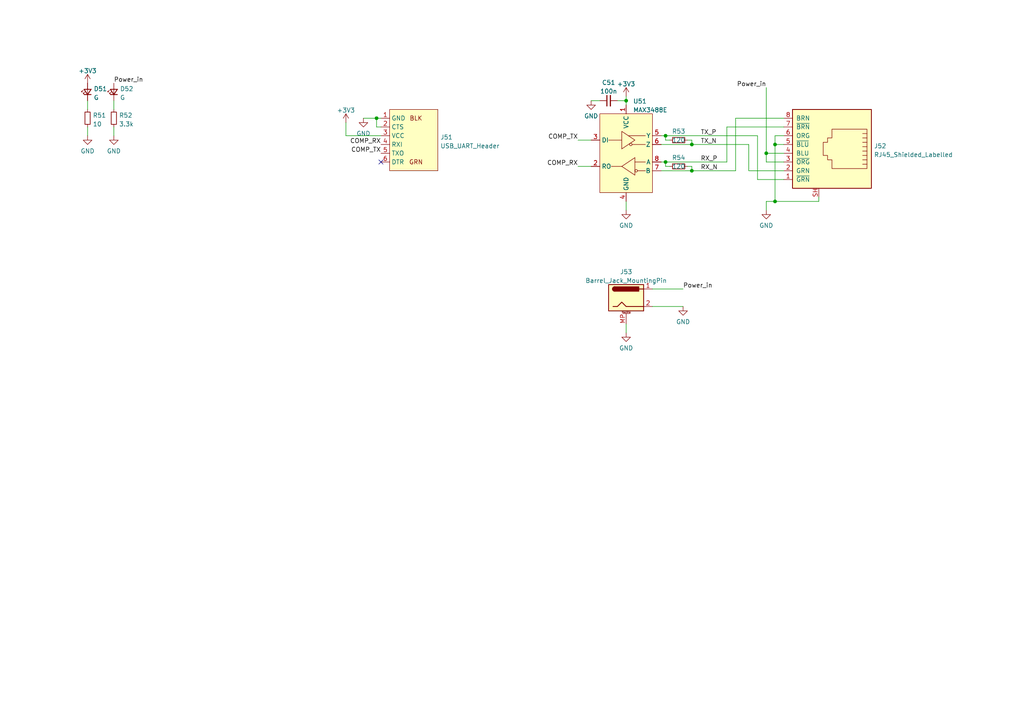
<source format=kicad_sch>
(kicad_sch (version 20211123) (generator eeschema)
  (paper "A4")
  (lib_symbols
    (symbol "Connector:Barrel_Jack_MountingPin" (pin_names hide)
      (property "Reference" "J" (at 0 5.334 0))
      (property "Value" "Barrel_Jack_MountingPin" (at 1.27 -6.35 0))
      (symbol "Barrel_Jack_MountingPin_0_1"
        (rectangle (start -5.08 3.81) (end 5.08 -3.81) (stroke (width 0.254)) (fill (type background)))
        (arc (start -3.302 3.175) (mid -3.937 2.54) (end -3.302 1.905) (stroke (width 0.254)))
        (arc (start -3.302 3.175) (mid -3.937 2.54) (end -3.302 1.905) (stroke (width 0.254)) (fill (type outline)))
        (polyline (pts (xy 5.08 2.54) (xy 3.81 2.54)) (stroke (width 0.254)))
        (polyline (pts (xy -3.81 -2.54) (xy -2.54 -2.54) (xy -1.27 -1.27) (xy 0 -2.54) (xy 2.54 -2.54) (xy 5.08 -2.54)) (stroke (width 0.254)))
        (rectangle (start 3.683 3.175) (end -3.302 1.905) (stroke (width 0.254)) (fill (type outline)))
      )
      (symbol "Barrel_Jack_MountingPin_1_1"
        (polyline (pts (xy -1.016 -4.572) (xy 1.016 -4.572)) (stroke (width 0.1524)))
        (text "Mounting" (at 0 -4.191 0) (effects (font (size 0.381 0.381))))
        (pin passive line (at 7.62 2.54 180) (length 2.54) (name "~") (number "1"))
        (pin passive line (at 7.62 -2.54 180) (length 2.54) (name "~") (number "2"))
        (pin passive line (at 0 -7.62 90) (length 3.048) (name "MountPin") (number "MP"))
      )
    )
    (symbol "DONGLE:USB_UART_Header"
      (property "Reference" "J" (at 0 12.7 0))
      (property "Value" "USB_UART_Header" (at 0 10.16 0))
      (symbol "USB_UART_Header_0_0"
        (rectangle (start -6.35 8.89) (end 7.62 -8.89) (stroke (width 0.1524)) (fill (type background)))
        (text "BLK" (at 1.27 6.35 0) (effects (font (size 1.27 1.27))))
        (text "GRN" (at 1.27 -6.35 0) (effects (font (size 1.27 1.27))))
      )
      (symbol "USB_UART_Header_1_1"
        (pin input line (at -8.89 6.35 0) (length 2.54) (name "GND") (number "1"))
        (pin input line (at -8.89 3.81 0) (length 2.54) (name "CTS") (number "2"))
        (pin input line (at -8.89 1.27 0) (length 2.54) (name "VCC") (number "3"))
        (pin input line (at -8.89 -1.27 0) (length 2.54) (name "RXI") (number "4"))
        (pin input line (at -8.89 -3.81 0) (length 2.54) (name "TXO") (number "5"))
        (pin input line (at -8.89 -6.35 0) (length 2.54) (name "DTR") (number "6"))
      )
    )
    (symbol "Device:C_Small" (pin_numbers hide) (pin_names (offset 0.254) hide)
      (property "Reference" "C" (at 0.254 1.778 0))
      (property "Value" "C_Small" (at 0.254 -2.032 0))
      (symbol "C_Small_0_1"
        (polyline (pts (xy -1.524 -0.508) (xy 1.524 -0.508)) (stroke (width 0.3302)))
        (polyline (pts (xy -1.524 0.508) (xy 1.524 0.508)) (stroke (width 0.3048)))
      )
      (symbol "C_Small_1_1"
        (pin passive line (at 0 2.54 270) (length 2.032) (name "~") (number "1"))
        (pin passive line (at 0 -2.54 90) (length 2.032) (name "~") (number "2"))
      )
    )
    (symbol "Device:LED_Small" (pin_numbers hide) (pin_names (offset 0.254) hide)
      (property "Reference" "D" (at -1.27 3.175 0))
      (property "Value" "LED_Small" (at -4.445 -2.54 0))
      (symbol "LED_Small_0_1"
        (polyline (pts (xy -0.762 -1.016) (xy -0.762 1.016)) (stroke (width 0.254)))
        (polyline (pts (xy 1.016 0) (xy -0.762 0)))
        (polyline (pts (xy 0.762 -1.016) (xy -0.762 0) (xy 0.762 1.016) (xy 0.762 -1.016)) (stroke (width 0.254)))
        (polyline (pts (xy 0 0.762) (xy -0.508 1.27) (xy -0.254 1.27) (xy -0.508 1.27) (xy -0.508 1.016)))
        (polyline (pts (xy 0.508 1.27) (xy 0 1.778) (xy 0.254 1.778) (xy 0 1.778) (xy 0 1.524)))
      )
      (symbol "LED_Small_1_1"
        (pin passive line (at -2.54 0 0) (length 1.778) (name "K") (number "1"))
        (pin passive line (at 2.54 0 180) (length 1.778) (name "A") (number "2"))
      )
    )
    (symbol "Device:R_Small" (pin_numbers hide) (pin_names (offset 0.254) hide)
      (property "Reference" "R" (at 0.762 0.508 0))
      (property "Value" "R_Small" (at 0.762 -1.016 0))
      (symbol "R_Small_0_1"
        (rectangle (start -0.762 1.778) (end 0.762 -1.778) (stroke (width 0.2032)))
      )
      (symbol "R_Small_1_1"
        (pin passive line (at 0 2.54 270) (length 0.762) (name "~") (number "1"))
        (pin passive line (at 0 -2.54 90) (length 0.762) (name "~") (number "2"))
      )
    )
    (symbol "GS_Library:MAX3488E"
      (property "Reference" "U" (at 6.35 15.24 0))
      (property "Value" "MAX3488E" (at 6.35 12.7 0))
      (symbol "MAX3488E_0_1"
        (rectangle (start -7.62 11.43) (end 7.62 -11.43) (stroke (width 0.1524)) (fill (type background)))
        (polyline (pts (xy -4.318 -3.81) (xy -1.27 -3.81)) (stroke (width 0.1524)))
        (polyline (pts (xy -1.27 3.81) (xy -5.08 3.81)) (stroke (width 0.1524)))
        (polyline (pts (xy 0.6858 5.08) (xy 5.588 5.08)) (stroke (width 0.1524)))
        (polyline (pts (xy 2.54 -2.54) (xy 5.588 -2.54)) (stroke (width 0.1524)))
        (polyline (pts (xy 5.588 -5.08) (xy 3.302 -5.08)) (stroke (width 0.1524)))
        (polyline (pts (xy 5.588 2.54) (xy 1.7018 2.54)) (stroke (width 0.1524)))
        (polyline (pts (xy -1.27 1.27) (xy -1.27 6.35) (xy 2.54 3.81) (xy -1.27 1.27)) (stroke (width 0.1524)))
        (polyline (pts (xy 2.54 -1.27) (xy 2.54 -6.35) (xy -1.27 -3.81) (xy 2.54 -1.27)) (stroke (width 0.1524)))
        (circle (center 1.3462 2.54) (radius 0.3637) (stroke (width 0.1524)))
        (circle (center 2.921 -5.08) (radius 0.3637) (stroke (width 0.1524)))
      )
      (symbol "MAX3488E_1_1"
        (pin input line (at 0 13.97 270) (length 2.54) (name "VCC") (number "1"))
        (pin input line (at -10.16 -3.81 0) (length 2.54) (name "RO") (number "2"))
        (pin input line (at -10.16 3.81 0) (length 2.54) (name "DI") (number "3"))
        (pin input line (at 0 -13.97 90) (length 2.54) (name "GND") (number "4"))
        (pin input line (at 10.16 5.08 180) (length 2.54) (name "Y") (number "5"))
        (pin input line (at 10.16 2.54 180) (length 2.54) (name "Z") (number "6"))
        (pin input line (at 10.16 -5.08 180) (length 2.54) (name "B") (number "7"))
        (pin input line (at 10.16 -2.54 180) (length 2.54) (name "A") (number "8"))
      )
    )
    (symbol "GS_Library:RJ45_Shielded_Labelled" (pin_names (offset 1.016))
      (property "Reference" "J?" (at 0.762 2.1047 0))
      (property "Value" "RJ45_Shielded_Labelled" (at 0.762 -0.4322 0))
      (symbol "RJ45_Shielded_Labelled_0_1"
        (rectangle (start -15.24 12.7) (end 7.62 -10.16) (stroke (width 0.254)) (fill (type background)))
        (polyline (pts (xy -12.7 4.445) (xy -13.97 4.445)))
        (polyline (pts (xy -12.7 5.715) (xy -13.97 5.715)))
        (polyline (pts (xy 26.67 5.08) (xy 26.67 5.08)) (stroke (width 0.1524)))
        (polyline (pts (xy -13.97 -3.175) (xy -12.7 -3.175) (xy -12.7 -3.175)))
        (polyline (pts (xy -13.97 -1.905) (xy -12.7 -1.905) (xy -12.7 -1.905)))
        (polyline (pts (xy -13.97 -0.635) (xy -12.7 -0.635) (xy -12.7 -0.635)))
        (polyline (pts (xy -13.97 0.635) (xy -12.7 0.635) (xy -12.7 0.635)))
        (polyline (pts (xy -13.97 1.905) (xy -12.7 1.905) (xy -12.7 1.905)))
        (polyline (pts (xy -12.7 3.175) (xy -13.97 3.175) (xy -13.97 3.175)))
        (polyline (pts (xy -13.97 -4.445) (xy -13.97 6.985) (xy -3.81 6.985) (xy -3.81 4.445) (xy -2.54 4.445) (xy -2.54 3.175) (xy -1.27 3.175) (xy -1.27 -0.635) (xy -2.54 -0.635) (xy -2.54 -1.905) (xy -3.81 -1.905) (xy -3.81 -4.445) (xy -13.97 -4.445) (xy -13.97 -4.445)))
      )
      (symbol "RJ45_Shielded_Labelled_1_1"
        (pin passive line (at 10.16 -7.62 180) (length 2.54) (name "~{GRN}") (number "1"))
        (pin passive line (at 10.16 -5.08 180) (length 2.54) (name "GRN") (number "2"))
        (pin passive line (at 10.16 -2.54 180) (length 2.54) (name "~{ORG}") (number "3"))
        (pin passive line (at 10.16 0 180) (length 2.54) (name "BLU") (number "4"))
        (pin passive line (at 10.16 2.54 180) (length 2.54) (name "~{BLU}") (number "5"))
        (pin passive line (at 10.16 5.08 180) (length 2.54) (name "ORG") (number "6"))
        (pin passive line (at 10.16 7.62 180) (length 2.54) (name "~{BRN}") (number "7"))
        (pin passive line (at 10.16 10.16 180) (length 2.54) (name "BRN") (number "8"))
        (pin passive line (at 0 -12.7 90) (length 2.54) (name "~") (number "SH"))
      )
    )
    (symbol "power:+3.3V" (power) (pin_names (offset 0))
      (property "Value" "+3.3V" (at 0 3.556 0))
      (symbol "+3.3V_0_1"
        (polyline (pts (xy -0.762 1.27) (xy 0 2.54)))
        (polyline (pts (xy 0 0) (xy 0 2.54)))
        (polyline (pts (xy 0 2.54) (xy 0.762 1.27)))
      )
      (symbol "+3.3V_1_1"
        (pin power_in line (at 0 0 90) (length 0) hide (name "+3V3") (number "1"))
      )
    )
    (symbol "power:GND" (power) (pin_names (offset 0))
      (property "Value" "GND" (at 0 -3.81 0))
      (symbol "GND_0_1"
        (polyline (pts (xy 0 0) (xy 0 -1.27) (xy 1.27 -1.27) (xy 0 -2.54) (xy -1.27 -1.27) (xy 0 -1.27)))
      )
      (symbol "GND_1_1"
        (pin power_in line (at 0 0 270) (length 0) hide (name "GND") (number "1"))
      )
    )
  )
  (junction (at 181.61 29.21))
  (junction (at 193.04 39.37))
  (junction (at 222.25 44.45))
  (junction (at 200.66 49.53))
  (junction (at 109.22 34.29))
  (junction (at 224.79 58.42))
  (junction (at 224.79 41.91))
  (junction (at 200.66 41.91))
  (junction (at 193.04 46.99))
  (no_connect (at 110.49 46.99))
  (wire (pts (xy 171.45 29.21) (xy 173.99 29.21)))
  (wire (pts (xy 200.66 40.64) (xy 200.66 41.91)))
  (wire (pts (xy 193.04 39.37) (xy 219.71 39.37)))
  (wire (pts (xy 213.36 34.29) (xy 227.33 34.29)))
  (wire (pts (xy 109.22 36.83) (xy 109.22 34.29)))
  (wire (pts (xy 213.36 49.53) (xy 213.36 34.29)))
  (wire (pts (xy 193.04 46.99) (xy 210.82 46.99)))
  (wire (pts (xy 25.4 36.83) (xy 25.4 39.37)))
  (wire (pts (xy 224.79 41.91) (xy 224.79 58.42)))
  (wire (pts (xy 227.33 39.37) (xy 224.79 39.37)))
  (wire (pts (xy 224.79 58.42) (xy 222.25 58.42)))
  (wire (pts (xy 227.33 49.53) (xy 217.17 49.53)))
  (wire (pts (xy 237.49 58.42) (xy 224.79 58.42)))
  (wire (pts (xy 213.36 49.53) (xy 200.66 49.53)))
  (wire (pts (xy 224.79 41.91) (xy 227.33 41.91)))
  (wire (pts (xy 199.39 48.26) (xy 200.66 48.26)))
  (wire (pts (xy 227.33 46.99) (xy 222.25 46.99)))
  (wire (pts (xy 210.82 46.99) (xy 210.82 36.83)))
  (wire (pts (xy 222.25 58.42) (xy 222.25 60.96)))
  (wire (pts (xy 217.17 49.53) (xy 217.17 41.91)))
  (wire (pts (xy 110.49 39.37) (xy 100.33 39.37)))
  (wire (pts (xy 181.61 93.98) (xy 181.61 96.52)))
  (wire (pts (xy 100.33 39.37) (xy 100.33 35.56)))
  (wire (pts (xy 199.39 40.64) (xy 200.66 40.64)))
  (wire (pts (xy 189.23 88.9) (xy 198.12 88.9)))
  (wire (pts (xy 237.49 57.15) (xy 237.49 58.42)))
  (wire (pts (xy 25.4 29.21) (xy 25.4 31.75)))
  (wire (pts (xy 222.25 25.4) (xy 222.25 44.45)))
  (wire (pts (xy 193.04 48.26) (xy 193.04 46.99)))
  (wire (pts (xy 191.77 46.99) (xy 193.04 46.99)))
  (wire (pts (xy 33.02 29.21) (xy 33.02 31.75)))
  (wire (pts (xy 179.07 29.21) (xy 181.61 29.21)))
  (wire (pts (xy 222.25 44.45) (xy 227.33 44.45)))
  (wire (pts (xy 33.02 36.83) (xy 33.02 39.37)))
  (wire (pts (xy 167.64 40.64) (xy 171.45 40.64)))
  (wire (pts (xy 200.66 41.91) (xy 217.17 41.91)))
  (wire (pts (xy 222.25 44.45) (xy 222.25 46.99)))
  (wire (pts (xy 191.77 41.91) (xy 200.66 41.91)))
  (wire (pts (xy 167.64 48.26) (xy 171.45 48.26)))
  (wire (pts (xy 193.04 40.64) (xy 193.04 39.37)))
  (wire (pts (xy 227.33 52.07) (xy 219.71 52.07)))
  (wire (pts (xy 191.77 39.37) (xy 193.04 39.37)))
  (wire (pts (xy 194.31 40.64) (xy 193.04 40.64)))
  (wire (pts (xy 224.79 39.37) (xy 224.79 41.91)))
  (wire (pts (xy 110.49 36.83) (xy 109.22 36.83)))
  (wire (pts (xy 191.77 49.53) (xy 200.66 49.53)))
  (wire (pts (xy 189.23 83.82) (xy 198.12 83.82)))
  (wire (pts (xy 194.31 48.26) (xy 193.04 48.26)))
  (wire (pts (xy 200.66 48.26) (xy 200.66 49.53)))
  (wire (pts (xy 105.41 34.29) (xy 109.22 34.29)))
  (wire (pts (xy 210.82 36.83) (xy 227.33 36.83)))
  (wire (pts (xy 181.61 29.21) (xy 181.61 30.48)))
  (wire (pts (xy 219.71 39.37) (xy 219.71 52.07)))
  (wire (pts (xy 181.61 58.42) (xy 181.61 60.96)))
  (wire (pts (xy 181.61 27.94) (xy 181.61 29.21)))
  (wire (pts (xy 109.22 34.29) (xy 110.49 34.29)))
  (label "COMP_RX" (at 167.64 48.26 180))
  (label "Power_in" (at 198.12 83.82 0))
  (label "COMP_RX" (at 110.49 41.91 180))
  (label "RX_N" (at 203.2 49.53 0))
  (label "TX_P" (at 203.2 39.37 0))
  (label "Power_in" (at 33.02 24.13 0))
  (label "TX_N" (at 203.2 41.91 0))
  (label "RX_P" (at 203.2 46.99 0))
  (label "COMP_TX" (at 110.49 44.45 180))
  (label "Power_in" (at 222.25 25.4 180))
  (label "COMP_TX" (at 167.64 40.64 180))
  (symbol (lib_id "Device:LED_Small") (at 25.4 26.67 90) (unit 1)
    (property "Reference" "D51" (at 27.178 25.7718 90) (effects (justify right)))
    (property "Value" "G" (at 27.178 28.3087 90) (effects (justify right)))
    (property "Footprint" "LED_SMD:LED_0603_1608Metric_Pad1.05x0.95mm_HandSolder" (effects hide))
    (property "Digikey Part Num" "732-4971-1-ND" (effects hide))
  )
  (symbol (lib_id "power:GND") (at 181.61 96.52 0) (unit 1)
    (property "Reference" "#PWR0102" (effects hide))
    (property "Value" "GND" (at 181.61 100.9634 0))
  )
  (symbol (lib_id "Device:LED_Small") (at 33.02 26.67 90) (unit 1)
    (property "Reference" "D52" (at 34.798 25.7718 90) (effects (justify right)))
    (property "Value" "G" (at 34.798 28.3087 90) (effects (justify right)))
    (property "Footprint" "LED_SMD:LED_0603_1608Metric_Pad1.05x0.95mm_HandSolder" (effects hide))
    (property "Digikey Part Num" "732-4971-1-ND" (effects hide))
  )
  (symbol (lib_id "GS_Library:MAX3488E") (at 181.61 44.45 0) (unit 1)
    (property "Reference" "U51" (at 183.6294 29.371 0) (effects (justify left)))
    (property "Value" "MAX3488E" (at 183.6294 31.9079 0) (effects (justify left)))
    (property "Footprint" "Package_SO:SOIC-8_3.9x4.9mm_P1.27mm" (effects hide))
    (property "Datasheet" "https://datasheets.maximintegrated.com/en/ds/MAX3483E-MAX3491E.pdf" (effects hide))
    (property "Digikey Part Num" "MAX3488EESA+TCT-ND" (effects hide))
  )
  (symbol (lib_id "power:+3.3V") (at 181.61 27.94 0) (unit 1)
    (property "Reference" "#PWR058" (effects hide))
    (property "Value" "+3.3V" (at 181.61 24.3642 0))
  )
  (symbol (lib_id "Device:R_Small") (at 33.02 34.29 0) (unit 1)
    (property "Reference" "R52" (at 34.5186 33.4553 0) (effects (justify left)))
    (property "Value" "3.3k" (at 34.5186 35.9922 0) (effects (justify left)))
    (property "Footprint" "Resistor_SMD:R_0603_1608Metric" (effects hide))
    (property "Digikey Part Num" "311-3.30KHRCT-ND" (effects hide))
  )
  (symbol (lib_id "Device:C_Small") (at 176.53 29.21 90) (unit 1)
    (property "Reference" "C51" (at 176.5363 23.9481 90))
    (property "Value" "100n" (at 176.5363 26.485 90))
    (property "Footprint" "Capacitor_SMD:C_0603_1608Metric" (effects hide))
  )
  (symbol (lib_id "DONGLE:USB_UART_Header") (at 119.38 40.64 0) (unit 1)
    (property "Reference" "J51" (at 127.7112 39.8053 0) (effects (justify left)))
    (property "Value" "USB_UART_Header" (at 127.7112 42.3422 0) (effects (justify left)))
    (property "Footprint" "Connector_PinHeader_2.54mm:PinHeader_1x06_P2.54mm_Horizontal" (effects hide))
  )
  (symbol (lib_id "power:GND") (at 222.25 60.96 0) (unit 1)
    (property "Reference" "#PWR060" (effects hide))
    (property "Value" "GND" (at 222.25 65.4034 0))
  )
  (symbol (lib_id "power:+3.3V") (at 25.4 24.13 0) (unit 1)
    (property "Reference" "#PWR051" (effects hide))
    (property "Value" "+3.3V" (at 25.4 20.5542 0))
  )
  (symbol (lib_id "Device:R_Small") (at 196.85 40.64 90) (unit 1)
    (property "Reference" "R53" (at 196.85 38.1 90))
    (property "Value" "120" (at 196.85 40.64 90))
    (property "Footprint" "Resistor_SMD:R_0603_1608Metric" (effects hide))
    (property "Digikey Part Num" "RMCF0603FT120RCT-ND" (effects hide))
  )
  (symbol (lib_id "Device:R_Small") (at 196.85 48.26 90) (unit 1)
    (property "Reference" "R54" (at 196.85 45.72 90))
    (property "Value" "120" (at 196.85 48.26 90))
    (property "Footprint" "Resistor_SMD:R_0603_1608Metric" (effects hide))
    (property "Digikey Part Num" "RMCF0603FT120RCT-ND" (effects hide))
  )
  (symbol (lib_id "GS_Library:RJ45_Shielded_Labelled") (at 237.49 44.45 0) (mirror y) (unit 1)
    (property "Reference" "J52" (at 253.492 42.3453 0) (effects (justify right)))
    (property "Value" "RJ45_Shielded_Labelled" (at 253.492 44.8822 0) (effects (justify right)))
    (property "Footprint" "Connector_RJ:RJ45_Amphenol_RJHSE5380" (effects hide))
    (property "Digikey Part Num" "RJHSE5E80-ND" (effects hide))
  )
  (symbol (lib_id "Device:R_Small") (at 25.4 34.29 0) (unit 1)
    (property "Reference" "R51" (at 26.8986 33.4553 0) (effects (justify left)))
    (property "Value" "10" (at 26.8986 35.9922 0) (effects (justify left)))
    (property "Footprint" "Resistor_SMD:R_0603_1608Metric" (effects hide))
    (property "Digikey Part Num" "311-10.0HRCT-ND" (effects hide))
  )
  (symbol (lib_id "power:+3.3V") (at 100.33 35.56 0) (unit 1)
    (property "Reference" "#PWR055" (effects hide))
    (property "Value" "+3.3V" (at 100.33 31.9842 0))
  )
  (symbol (lib_id "power:GND") (at 25.4 39.37 0) (unit 1)
    (property "Reference" "#PWR052" (effects hide))
    (property "Value" "GND" (at 25.4 43.8134 0))
  )
  (symbol (lib_id "power:GND") (at 105.41 34.29 0) (unit 1)
    (property "Reference" "#PWR056" (effects hide))
    (property "Value" "GND" (at 105.41 38.7334 0))
  )
  (symbol (lib_id "power:GND") (at 198.12 88.9 0) (unit 1)
    (property "Reference" "#PWR0101" (effects hide))
    (property "Value" "GND" (at 198.12 93.3434 0))
  )
  (symbol (lib_id "power:GND") (at 181.61 60.96 0) (unit 1)
    (property "Reference" "#PWR059" (effects hide))
    (property "Value" "GND" (at 181.61 65.4034 0))
  )
  (symbol (lib_id "power:GND") (at 33.02 39.37 0) (unit 1)
    (property "Reference" "#PWR054" (effects hide))
    (property "Value" "GND" (at 33.02 43.8134 0))
  )
  (symbol (lib_id "Connector:Barrel_Jack_MountingPin") (at 181.61 86.36 0) (unit 1)
    (property "Reference" "J53" (at 181.61 78.8502 0))
    (property "Value" "Barrel_Jack_MountingPin" (at 181.61 81.3871 0))
    (property "Footprint" "Connector_BarrelJack:BarrelJack_CUI_PJ-063AH_Horizontal" (effects hide))
    (property "Digikey Part Num" "CP-063AH-ND" (effects hide))
  )
  (symbol (lib_id "power:GND") (at 171.45 29.21 0) (unit 1)
    (property "Reference" "#PWR057" (effects hide))
    (property "Value" "GND" (at 171.45 33.6534 0))
  )
)
</source>
